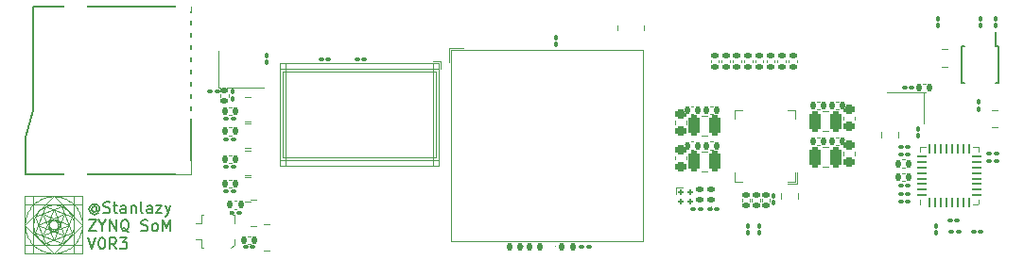
<source format=gbr>
%TF.GenerationSoftware,KiCad,Pcbnew,(6.0.2)*%
%TF.CreationDate,2022-03-22T23:14:37+08:00*%
%TF.ProjectId,som,736f6d2e-6b69-4636-9164-5f7063625858,V0R1*%
%TF.SameCoordinates,Original*%
%TF.FileFunction,Legend,Top*%
%TF.FilePolarity,Positive*%
%FSLAX46Y46*%
G04 Gerber Fmt 4.6, Leading zero omitted, Abs format (unit mm)*
G04 Created by KiCad (PCBNEW (6.0.2)) date 2022-03-22 23:14:37*
%MOMM*%
%LPD*%
G01*
G04 APERTURE LIST*
G04 Aperture macros list*
%AMRoundRect*
0 Rectangle with rounded corners*
0 $1 Rounding radius*
0 $2 $3 $4 $5 $6 $7 $8 $9 X,Y pos of 4 corners*
0 Add a 4 corners polygon primitive as box body*
4,1,4,$2,$3,$4,$5,$6,$7,$8,$9,$2,$3,0*
0 Add four circle primitives for the rounded corners*
1,1,$1+$1,$2,$3*
1,1,$1+$1,$4,$5*
1,1,$1+$1,$6,$7*
1,1,$1+$1,$8,$9*
0 Add four rect primitives between the rounded corners*
20,1,$1+$1,$2,$3,$4,$5,0*
20,1,$1+$1,$4,$5,$6,$7,0*
20,1,$1+$1,$6,$7,$8,$9,0*
20,1,$1+$1,$8,$9,$2,$3,0*%
G04 Aperture macros list end*
%ADD10C,0.150000*%
%ADD11C,0.100000*%
%ADD12C,0.120000*%
%ADD13C,0.000000*%
%ADD14RoundRect,0.147500X-0.147500X-0.172500X0.147500X-0.172500X0.147500X0.172500X-0.147500X0.172500X0*%
%ADD15R,1.400000X1.200000*%
%ADD16RoundRect,0.140000X0.170000X-0.140000X0.170000X0.140000X-0.170000X0.140000X-0.170000X-0.140000X0*%
%ADD17RoundRect,0.225000X-0.250000X0.225000X-0.250000X-0.225000X0.250000X-0.225000X0.250000X0.225000X0*%
%ADD18RoundRect,0.100000X-0.100000X0.130000X-0.100000X-0.130000X0.100000X-0.130000X0.100000X0.130000X0*%
%ADD19RoundRect,0.243750X-0.243750X-0.656250X0.243750X-0.656250X0.243750X0.656250X-0.243750X0.656250X0*%
%ADD20RoundRect,0.140000X0.140000X0.170000X-0.140000X0.170000X-0.140000X-0.170000X0.140000X-0.170000X0*%
%ADD21RoundRect,0.140000X-0.140000X-0.170000X0.140000X-0.170000X0.140000X0.170000X-0.140000X0.170000X0*%
%ADD22RoundRect,0.243750X0.243750X0.656250X-0.243750X0.656250X-0.243750X-0.656250X0.243750X-0.656250X0*%
%ADD23RoundRect,0.140000X-0.170000X0.140000X-0.170000X-0.140000X0.170000X-0.140000X0.170000X0.140000X0*%
%ADD24RoundRect,0.100000X0.130000X0.100000X-0.130000X0.100000X-0.130000X-0.100000X0.130000X-0.100000X0*%
%ADD25C,0.400000*%
%ADD26RoundRect,0.100000X-0.130000X-0.100000X0.130000X-0.100000X0.130000X0.100000X-0.130000X0.100000X0*%
%ADD27R,0.800000X0.220000*%
%ADD28R,0.220000X0.800000*%
%ADD29C,0.500000*%
%ADD30R,3.600000X4.600000*%
%ADD31RoundRect,0.147500X0.147500X0.172500X-0.147500X0.172500X-0.147500X-0.172500X0.147500X-0.172500X0*%
%ADD32RoundRect,0.100000X0.100000X-0.130000X0.100000X0.130000X-0.100000X0.130000X-0.100000X-0.130000X0*%
%ADD33RoundRect,0.062500X0.062500X-0.375000X0.062500X0.375000X-0.062500X0.375000X-0.062500X-0.375000X0*%
%ADD34RoundRect,0.062500X0.375000X-0.062500X0.375000X0.062500X-0.375000X0.062500X-0.375000X-0.062500X0*%
%ADD35R,3.450000X3.450000*%
%ADD36R,0.400000X0.500000*%
%ADD37RoundRect,0.100000X-0.162635X0.021213X0.021213X-0.162635X0.162635X-0.021213X-0.021213X0.162635X0*%
%ADD38R,0.500000X0.400000*%
%ADD39R,0.500000X0.300000*%
%ADD40RoundRect,0.147500X0.172500X-0.147500X0.172500X0.147500X-0.172500X0.147500X-0.172500X-0.147500X0*%
%ADD41RoundRect,0.112500X-0.112500X-0.112500X0.112500X-0.112500X0.112500X0.112500X-0.112500X0.112500X0*%
%ADD42R,1.000000X1.000000*%
%ADD43R,2.200000X1.050000*%
%ADD44R,0.300000X1.400000*%
%ADD45R,1.150000X1.000000*%
%ADD46C,0.900000*%
%ADD47R,1.300000X0.700000*%
%ADD48R,2.000000X1.200000*%
%ADD49R,0.300000X0.500000*%
%ADD50C,1.000000*%
%ADD51R,0.850000X0.850000*%
%ADD52O,0.850000X0.850000*%
%ADD53C,0.850000*%
G04 APERTURE END LIST*
D10*
X6654642Y-18866190D02*
X6607023Y-18818571D01*
X6511785Y-18770952D01*
X6416547Y-18770952D01*
X6321309Y-18818571D01*
X6273690Y-18866190D01*
X6226071Y-18961428D01*
X6226071Y-19056666D01*
X6273690Y-19151904D01*
X6321309Y-19199523D01*
X6416547Y-19247142D01*
X6511785Y-19247142D01*
X6607023Y-19199523D01*
X6654642Y-19151904D01*
X6654642Y-18770952D02*
X6654642Y-19151904D01*
X6702261Y-19199523D01*
X6749880Y-19199523D01*
X6845119Y-19151904D01*
X6892738Y-19056666D01*
X6892738Y-18818571D01*
X6797500Y-18675714D01*
X6654642Y-18580476D01*
X6464166Y-18532857D01*
X6273690Y-18580476D01*
X6130833Y-18675714D01*
X6035595Y-18818571D01*
X5987976Y-19009047D01*
X6035595Y-19199523D01*
X6130833Y-19342380D01*
X6273690Y-19437619D01*
X6464166Y-19485238D01*
X6654642Y-19437619D01*
X6797500Y-19342380D01*
X7273690Y-19294761D02*
X7416547Y-19342380D01*
X7654642Y-19342380D01*
X7749880Y-19294761D01*
X7797500Y-19247142D01*
X7845119Y-19151904D01*
X7845119Y-19056666D01*
X7797500Y-18961428D01*
X7749880Y-18913809D01*
X7654642Y-18866190D01*
X7464166Y-18818571D01*
X7368928Y-18770952D01*
X7321309Y-18723333D01*
X7273690Y-18628095D01*
X7273690Y-18532857D01*
X7321309Y-18437619D01*
X7368928Y-18390000D01*
X7464166Y-18342380D01*
X7702261Y-18342380D01*
X7845119Y-18390000D01*
X8130833Y-18675714D02*
X8511785Y-18675714D01*
X8273690Y-18342380D02*
X8273690Y-19199523D01*
X8321309Y-19294761D01*
X8416547Y-19342380D01*
X8511785Y-19342380D01*
X9273690Y-19342380D02*
X9273690Y-18818571D01*
X9226071Y-18723333D01*
X9130833Y-18675714D01*
X8940357Y-18675714D01*
X8845119Y-18723333D01*
X9273690Y-19294761D02*
X9178452Y-19342380D01*
X8940357Y-19342380D01*
X8845119Y-19294761D01*
X8797500Y-19199523D01*
X8797500Y-19104285D01*
X8845119Y-19009047D01*
X8940357Y-18961428D01*
X9178452Y-18961428D01*
X9273690Y-18913809D01*
X9749880Y-18675714D02*
X9749880Y-19342380D01*
X9749880Y-18770952D02*
X9797500Y-18723333D01*
X9892738Y-18675714D01*
X10035595Y-18675714D01*
X10130833Y-18723333D01*
X10178452Y-18818571D01*
X10178452Y-19342380D01*
X10797500Y-19342380D02*
X10702261Y-19294761D01*
X10654642Y-19199523D01*
X10654642Y-18342380D01*
X11607023Y-19342380D02*
X11607023Y-18818571D01*
X11559404Y-18723333D01*
X11464166Y-18675714D01*
X11273690Y-18675714D01*
X11178452Y-18723333D01*
X11607023Y-19294761D02*
X11511785Y-19342380D01*
X11273690Y-19342380D01*
X11178452Y-19294761D01*
X11130833Y-19199523D01*
X11130833Y-19104285D01*
X11178452Y-19009047D01*
X11273690Y-18961428D01*
X11511785Y-18961428D01*
X11607023Y-18913809D01*
X11987976Y-18675714D02*
X12511785Y-18675714D01*
X11987976Y-19342380D01*
X12511785Y-19342380D01*
X12797500Y-18675714D02*
X13035595Y-19342380D01*
X13273690Y-18675714D02*
X13035595Y-19342380D01*
X12940357Y-19580476D01*
X12892738Y-19628095D01*
X12797500Y-19675714D01*
X5940357Y-19952380D02*
X6607023Y-19952380D01*
X5940357Y-20952380D01*
X6607023Y-20952380D01*
X7178452Y-20476190D02*
X7178452Y-20952380D01*
X6845119Y-19952380D02*
X7178452Y-20476190D01*
X7511785Y-19952380D01*
X7845119Y-20952380D02*
X7845119Y-19952380D01*
X8416547Y-20952380D01*
X8416547Y-19952380D01*
X9559404Y-21047619D02*
X9464166Y-21000000D01*
X9368928Y-20904761D01*
X9226071Y-20761904D01*
X9130833Y-20714285D01*
X9035595Y-20714285D01*
X9083214Y-20952380D02*
X8987976Y-20904761D01*
X8892738Y-20809523D01*
X8845119Y-20619047D01*
X8845119Y-20285714D01*
X8892738Y-20095238D01*
X8987976Y-20000000D01*
X9083214Y-19952380D01*
X9273690Y-19952380D01*
X9368928Y-20000000D01*
X9464166Y-20095238D01*
X9511785Y-20285714D01*
X9511785Y-20619047D01*
X9464166Y-20809523D01*
X9368928Y-20904761D01*
X9273690Y-20952380D01*
X9083214Y-20952380D01*
X10654642Y-20904761D02*
X10797500Y-20952380D01*
X11035595Y-20952380D01*
X11130833Y-20904761D01*
X11178452Y-20857142D01*
X11226071Y-20761904D01*
X11226071Y-20666666D01*
X11178452Y-20571428D01*
X11130833Y-20523809D01*
X11035595Y-20476190D01*
X10845119Y-20428571D01*
X10749880Y-20380952D01*
X10702261Y-20333333D01*
X10654642Y-20238095D01*
X10654642Y-20142857D01*
X10702261Y-20047619D01*
X10749880Y-20000000D01*
X10845119Y-19952380D01*
X11083214Y-19952380D01*
X11226071Y-20000000D01*
X11797500Y-20952380D02*
X11702261Y-20904761D01*
X11654642Y-20857142D01*
X11607023Y-20761904D01*
X11607023Y-20476190D01*
X11654642Y-20380952D01*
X11702261Y-20333333D01*
X11797500Y-20285714D01*
X11940357Y-20285714D01*
X12035595Y-20333333D01*
X12083214Y-20380952D01*
X12130833Y-20476190D01*
X12130833Y-20761904D01*
X12083214Y-20857142D01*
X12035595Y-20904761D01*
X11940357Y-20952380D01*
X11797500Y-20952380D01*
X12559404Y-20952380D02*
X12559404Y-19952380D01*
X12892738Y-20666666D01*
X13226071Y-19952380D01*
X13226071Y-20952380D01*
X5892738Y-21562380D02*
X6226071Y-22562380D01*
X6559404Y-21562380D01*
X7083214Y-21562380D02*
X7178452Y-21562380D01*
X7273690Y-21610000D01*
X7321309Y-21657619D01*
X7368928Y-21752857D01*
X7416547Y-21943333D01*
X7416547Y-22181428D01*
X7368928Y-22371904D01*
X7321309Y-22467142D01*
X7273690Y-22514761D01*
X7178452Y-22562380D01*
X7083214Y-22562380D01*
X6987976Y-22514761D01*
X6940357Y-22467142D01*
X6892738Y-22371904D01*
X6845119Y-22181428D01*
X6845119Y-21943333D01*
X6892738Y-21752857D01*
X6940357Y-21657619D01*
X6987976Y-21610000D01*
X7083214Y-21562380D01*
X8416547Y-22562380D02*
X8083214Y-22086190D01*
X7845119Y-22562380D02*
X7845119Y-21562380D01*
X8226071Y-21562380D01*
X8321309Y-21610000D01*
X8368928Y-21657619D01*
X8416547Y-21752857D01*
X8416547Y-21895714D01*
X8368928Y-21990952D01*
X8321309Y-22038571D01*
X8226071Y-22086190D01*
X7845119Y-22086190D01*
X8749880Y-21562380D02*
X9368928Y-21562380D01*
X9035595Y-21943333D01*
X9178452Y-21943333D01*
X9273690Y-21990952D01*
X9321309Y-22038571D01*
X9368928Y-22133809D01*
X9368928Y-22371904D01*
X9321309Y-22467142D01*
X9273690Y-22514761D01*
X9178452Y-22562380D01*
X8892738Y-22562380D01*
X8797500Y-22514761D01*
X8749880Y-22467142D01*
D11*
%TO.C,D2*%
X44860000Y-22350000D02*
G75*
G03*
X44860000Y-22350000I-50000J0D01*
G01*
D12*
%TO.C,X4*%
X17600000Y-4750000D02*
X17600000Y-8050000D01*
X17600000Y-8050000D02*
X21600000Y-8050000D01*
%TO.C,C115*%
X68640000Y-5807836D02*
X68640000Y-5592164D01*
X69360000Y-5807836D02*
X69360000Y-5592164D01*
%TO.C,C100*%
X73490000Y-10659420D02*
X73490000Y-10940580D01*
X74510000Y-10659420D02*
X74510000Y-10940580D01*
%TO.C,L3*%
X71641422Y-12010000D02*
X72158578Y-12010000D01*
X71641422Y-10190000D02*
X72158578Y-10190000D01*
%TO.C,C101*%
X73107836Y-9340000D02*
X72892164Y-9340000D01*
X73107836Y-10060000D02*
X72892164Y-10060000D01*
%TO.C,C106*%
X59892164Y-13660000D02*
X60107836Y-13660000D01*
X59892164Y-12940000D02*
X60107836Y-12940000D01*
%TO.C,L5*%
X61358578Y-12410000D02*
X60841422Y-12410000D01*
X61358578Y-10590000D02*
X60841422Y-10590000D01*
%TO.C,L2*%
X71641422Y-13390000D02*
X72158578Y-13390000D01*
X71641422Y-15210000D02*
X72158578Y-15210000D01*
%TO.C,C119*%
X64440000Y-18092164D02*
X64440000Y-18307836D01*
X65160000Y-18092164D02*
X65160000Y-18307836D01*
%TO.C,C109*%
X62640000Y-5807836D02*
X62640000Y-5592164D01*
X63360000Y-5807836D02*
X63360000Y-5592164D01*
%TO.C,C116*%
X66060000Y-18092164D02*
X66060000Y-18307836D01*
X65340000Y-18092164D02*
X65340000Y-18307836D01*
%TO.C,C105*%
X58490000Y-14259420D02*
X58490000Y-14540580D01*
X59510000Y-14259420D02*
X59510000Y-14540580D01*
%TO.C,C107*%
X58490000Y-11059420D02*
X58490000Y-11340580D01*
X59510000Y-11059420D02*
X59510000Y-11340580D01*
%TO.C,C117*%
X66960000Y-18092164D02*
X66960000Y-18307836D01*
X66240000Y-18092164D02*
X66240000Y-18307836D01*
%TO.C,C98*%
X73107836Y-12540000D02*
X72892164Y-12540000D01*
X73107836Y-13260000D02*
X72892164Y-13260000D01*
%TO.C,C103*%
X68360000Y-5807836D02*
X68360000Y-5592164D01*
X67640000Y-5807836D02*
X67640000Y-5592164D01*
%TO.C,C97*%
X73490000Y-13859420D02*
X73490000Y-14140580D01*
X74510000Y-13859420D02*
X74510000Y-14140580D01*
%TO.C,L4*%
X61358578Y-15610000D02*
X60841422Y-15610000D01*
X61358578Y-13790000D02*
X60841422Y-13790000D01*
%TO.C,C108*%
X59892164Y-9740000D02*
X60107836Y-9740000D01*
X59892164Y-10460000D02*
X60107836Y-10460000D01*
%TO.C,C110*%
X62360000Y-5807836D02*
X62360000Y-5592164D01*
X61640000Y-5807836D02*
X61640000Y-5592164D01*
%TO.C,C113*%
X66640000Y-5807836D02*
X66640000Y-5592164D01*
X67360000Y-5807836D02*
X67360000Y-5592164D01*
%TO.C,C102*%
X61807836Y-9740000D02*
X61592164Y-9740000D01*
X61807836Y-10460000D02*
X61592164Y-10460000D01*
%TO.C,C114*%
X65360000Y-5807836D02*
X65360000Y-5592164D01*
X64640000Y-5807836D02*
X64640000Y-5592164D01*
%TO.C,C111*%
X64360000Y-5807836D02*
X64360000Y-5592164D01*
X63640000Y-5807836D02*
X63640000Y-5592164D01*
%TO.C,C99*%
X71192164Y-13260000D02*
X71407836Y-13260000D01*
X71192164Y-12540000D02*
X71407836Y-12540000D01*
%TO.C,C96*%
X71192164Y-9340000D02*
X71407836Y-9340000D01*
X71192164Y-10060000D02*
X71407836Y-10060000D01*
%TO.C,C104*%
X61807836Y-12940000D02*
X61592164Y-12940000D01*
X61807836Y-13660000D02*
X61592164Y-13660000D01*
%TO.C,C112*%
X66360000Y-5807836D02*
X66360000Y-5592164D01*
X65640000Y-5807836D02*
X65640000Y-5592164D01*
%TO.C,U6*%
X37300000Y-6400000D02*
X23100000Y-6400000D01*
X23600000Y-5900000D02*
X23600000Y-15100000D01*
X37300000Y-15100000D02*
X37300000Y-5900000D01*
X37500000Y-6400000D02*
X37500000Y-5700000D01*
X37050000Y-6650000D02*
X37050000Y-14350000D01*
X37300000Y-5900000D02*
X23100000Y-5900000D01*
X37050000Y-14350000D02*
X23350000Y-14350000D01*
X37500000Y-5700000D02*
X36800000Y-5700000D01*
X36800000Y-15100000D02*
X36800000Y-5900000D01*
X23600000Y-15100000D02*
X36800000Y-15100000D01*
X23100000Y-14600000D02*
X37300000Y-14600000D01*
X23100000Y-5900000D02*
X23100000Y-15100000D01*
X23350000Y-6650000D02*
X37050000Y-6650000D01*
X36800000Y-5900000D02*
X23600000Y-5900000D01*
X23100000Y-15100000D02*
X37300000Y-15100000D01*
X23350000Y-14350000D02*
X23350000Y-6650000D01*
%TO.C,C41*%
X20407836Y-21440000D02*
X20192164Y-21440000D01*
X20407836Y-22160000D02*
X20192164Y-22160000D01*
%TO.C,U7*%
X69400000Y-15700000D02*
X69400000Y-16700000D01*
X69200000Y-10900000D02*
X69200000Y-10100000D01*
X68500000Y-16500000D02*
X69200000Y-16500000D01*
X63800000Y-16500000D02*
X63800000Y-15700000D01*
X64500000Y-16500000D02*
X63800000Y-16500000D01*
X63800000Y-10100000D02*
X63800000Y-10900000D01*
X64500000Y-10100000D02*
X63800000Y-10100000D01*
X69200000Y-16500000D02*
X69200000Y-15700000D01*
X68500000Y-16700000D02*
X69400000Y-16700000D01*
X69200000Y-10100000D02*
X68500000Y-10100000D01*
%TO.C,C37*%
X18707836Y-16340000D02*
X18492164Y-16340000D01*
X18707836Y-17060000D02*
X18492164Y-17060000D01*
%TO.C,C35*%
X18707836Y-14140000D02*
X18492164Y-14140000D01*
X18707836Y-14860000D02*
X18492164Y-14860000D01*
%TO.C,C33*%
X18707836Y-11640000D02*
X18492164Y-11640000D01*
X18707836Y-12360000D02*
X18492164Y-12360000D01*
%TO.C,C39*%
X19207836Y-18960000D02*
X18992164Y-18960000D01*
X19207836Y-18240000D02*
X18992164Y-18240000D01*
%TO.C,C31*%
X18707836Y-9840000D02*
X18492164Y-9840000D01*
X18707836Y-10560000D02*
X18492164Y-10560000D01*
D11*
%TO.C,D3*%
X45240000Y-22350000D02*
G75*
G03*
X45240000Y-22350000I-50000J0D01*
G01*
D12*
%TO.C,U1*%
X38390000Y-21910000D02*
X38390000Y-4690000D01*
X55610000Y-4690000D02*
X55610000Y-21910000D01*
X38200000Y-4500000D02*
X38200000Y-5800000D01*
X39500000Y-4500000D02*
X38200000Y-4500000D01*
X38390000Y-4690000D02*
X55610000Y-4690000D01*
X55610000Y-21910000D02*
X38390000Y-21910000D01*
%TO.C,U3*%
X85610000Y-18135000D02*
X85610000Y-18610000D01*
X85610000Y-13390000D02*
X85135000Y-13390000D01*
X80390000Y-18135000D02*
X80390000Y-18610000D01*
X85610000Y-18610000D02*
X85135000Y-18610000D01*
X80390000Y-13390000D02*
X80865000Y-13390000D01*
X85610000Y-13865000D02*
X85610000Y-13390000D01*
X80390000Y-13865000D02*
X80390000Y-13390000D01*
%TO.C,C11*%
X78792164Y-15260000D02*
X79007836Y-15260000D01*
X78792164Y-14540000D02*
X79007836Y-14540000D01*
%TO.C,C14*%
X78792164Y-16460000D02*
X79007836Y-16460000D01*
X78792164Y-15740000D02*
X79007836Y-15740000D01*
%TO.C,RN7*%
X78480000Y-12050000D02*
X78480000Y-12550000D01*
X76920000Y-12050000D02*
X76920000Y-12550000D01*
D11*
%TO.C,REF\u002A\u002A*%
X3205792Y-20805793D02*
X2394207Y-20805793D01*
X2799999Y-19826123D02*
X3373877Y-20400001D01*
X2799999Y-22960000D02*
X239999Y-20400000D01*
X2800000Y-17840001D02*
X5360000Y-20400000D01*
X1820330Y-21379670D02*
X2800000Y-19014538D01*
X3779669Y-19420331D02*
X2800000Y-21785463D01*
X3492731Y-22072401D02*
X1127599Y-21092732D01*
X240000Y-18589807D02*
X989806Y-18589807D01*
X239999Y-20400000D02*
X2800000Y-17840001D01*
X3205792Y-19994208D02*
X3205792Y-20805793D01*
X1414537Y-20400000D02*
X3779669Y-19420331D01*
X240000Y-22960000D02*
X240000Y-17840000D01*
X4185462Y-20400000D02*
X1820330Y-21379670D01*
X1127599Y-21092732D02*
X2107268Y-18727600D01*
X989806Y-22960000D02*
X989806Y-22210194D01*
X5360000Y-22960000D02*
X240000Y-22960000D01*
X240000Y-17840000D02*
X5360000Y-17840000D01*
X989806Y-22210194D02*
X989806Y-18589807D01*
X2394207Y-20805793D02*
X2394207Y-19994208D01*
X4610193Y-22960000D02*
X4610193Y-22210194D01*
X4610193Y-18589807D02*
X4610193Y-22210194D01*
X240000Y-22210194D02*
X989806Y-22210194D01*
X1820330Y-19420331D02*
X4185462Y-20400000D01*
X2800000Y-19014538D02*
X3779669Y-21379670D01*
X1127599Y-19707269D02*
X3492731Y-18727600D01*
X2226122Y-20400000D02*
X2799999Y-19826123D01*
X4472400Y-21092732D02*
X2107268Y-22072401D01*
X3373877Y-20400001D02*
X2799999Y-20973878D01*
X4472400Y-19707269D02*
X3492731Y-22072401D01*
X2799999Y-20973878D02*
X2226122Y-20400000D01*
X5360000Y-17840000D02*
X5360000Y-22960000D01*
X2394207Y-19994208D02*
X3205792Y-19994208D01*
X3779669Y-21379670D02*
X1414537Y-20400000D01*
X5360000Y-18589807D02*
X4610193Y-18589807D01*
X5360000Y-22210194D02*
X4610193Y-22210194D01*
X989806Y-17840000D02*
X989806Y-18589807D01*
X1820330Y-19420331D02*
X2800000Y-21785463D01*
X2107268Y-22072401D02*
X1127599Y-19707269D01*
X5360000Y-20400000D02*
X2799999Y-22960000D01*
X989806Y-18589807D02*
X4610193Y-18589807D01*
X4610193Y-18589807D02*
X4610193Y-17840000D01*
X2107268Y-18727600D02*
X4472400Y-19707269D01*
X3492731Y-18727600D02*
X4472400Y-21092732D01*
X4610193Y-22210194D02*
X989806Y-22210194D01*
X4080000Y-19120000D02*
X4204263Y-19257481D01*
X4311959Y-19403969D01*
X4403086Y-19558179D01*
X4477644Y-19718822D01*
X4535634Y-19884613D01*
X4577055Y-20054264D01*
X4601908Y-20226489D01*
X4610193Y-20400000D01*
X4601908Y-20573511D01*
X4577055Y-20745736D01*
X4535634Y-20915387D01*
X4477644Y-21081177D01*
X4403086Y-21241821D01*
X4311959Y-21396030D01*
X4204263Y-21542519D01*
X4080000Y-21680000D01*
X4080000Y-21680000D02*
X3942518Y-21804264D01*
X3796030Y-21911959D01*
X3641820Y-22003086D01*
X3481177Y-22077645D01*
X3315386Y-22135635D01*
X3145735Y-22177056D01*
X2973510Y-22201909D01*
X2799999Y-22210193D01*
X2626488Y-22201909D01*
X2454263Y-22177056D01*
X2284612Y-22135635D01*
X2118822Y-22077645D01*
X1958178Y-22003086D01*
X1803969Y-21911959D01*
X1657480Y-21804264D01*
X1520000Y-21680000D01*
X2800000Y-17840000D02*
X2931737Y-17843331D01*
X3061744Y-17853217D01*
X3189862Y-17869496D01*
X3315929Y-17892010D01*
X3439783Y-17920595D01*
X3561265Y-17955092D01*
X3680213Y-17995340D01*
X3796467Y-18041177D01*
X3909865Y-18092443D01*
X4020247Y-18148978D01*
X4127452Y-18210620D01*
X4231319Y-18277208D01*
X4331688Y-18348581D01*
X4428397Y-18424579D01*
X4521285Y-18505041D01*
X4610193Y-18589807D01*
X4694958Y-18678714D01*
X4775420Y-18771602D01*
X4851418Y-18868311D01*
X4922791Y-18968680D01*
X4989379Y-19072547D01*
X5051021Y-19179752D01*
X5107556Y-19290134D01*
X5158822Y-19403532D01*
X5204659Y-19519786D01*
X5244907Y-19638734D01*
X5279404Y-19760216D01*
X5307989Y-19884070D01*
X5330503Y-20010137D01*
X5346782Y-20138255D01*
X5356668Y-20268262D01*
X5360000Y-20400000D01*
X1520000Y-21680000D02*
X1395735Y-21542519D01*
X1288040Y-21396030D01*
X1196913Y-21241821D01*
X1122354Y-21081177D01*
X1064364Y-20915387D01*
X1022943Y-20745736D01*
X998090Y-20573511D01*
X989806Y-20400000D01*
X998090Y-20226489D01*
X1022943Y-20054264D01*
X1064364Y-19884613D01*
X1122354Y-19718822D01*
X1196913Y-19558179D01*
X1288040Y-19403969D01*
X1395735Y-19257481D01*
X1520000Y-19120000D01*
X2394207Y-20400001D02*
X2406982Y-20298587D01*
X2452955Y-20189582D01*
X2527153Y-20099625D01*
X2624071Y-20034223D01*
X2738201Y-19998883D01*
X2799999Y-19994208D01*
X2799999Y-19994208D02*
X2901412Y-20006983D01*
X3010417Y-20052956D01*
X3100374Y-20127155D01*
X3165776Y-20224073D01*
X3201116Y-20338202D01*
X3205792Y-20400001D01*
X2800000Y-22960000D02*
X2668262Y-22956668D01*
X2538254Y-22946783D01*
X2410137Y-22930503D01*
X2284070Y-22907989D01*
X2160216Y-22879404D01*
X2038734Y-22844907D01*
X1919786Y-22804659D01*
X1803532Y-22758822D01*
X1690134Y-22707556D01*
X1579751Y-22651021D01*
X1472546Y-22589380D01*
X1368679Y-22522792D01*
X1268311Y-22451418D01*
X1171602Y-22375420D01*
X1078713Y-22294958D01*
X989806Y-22210193D01*
X905041Y-22121286D01*
X824579Y-22028397D01*
X748581Y-21931688D01*
X677207Y-21831320D01*
X610619Y-21727453D01*
X548978Y-21620248D01*
X492443Y-21509865D01*
X441177Y-21396467D01*
X395340Y-21280213D01*
X355092Y-21161265D01*
X320595Y-21039783D01*
X292010Y-20915929D01*
X269496Y-20789862D01*
X253216Y-20661745D01*
X243331Y-20531737D01*
X240000Y-20400000D01*
X5360000Y-20400000D02*
X5356668Y-20531737D01*
X5346782Y-20661745D01*
X5330503Y-20789862D01*
X5307989Y-20915929D01*
X5279404Y-21039783D01*
X5244907Y-21161265D01*
X5204659Y-21280213D01*
X5158822Y-21396467D01*
X5107556Y-21509865D01*
X5051021Y-21620248D01*
X4989379Y-21727453D01*
X4922791Y-21831320D01*
X4851418Y-21931688D01*
X4775420Y-22028397D01*
X4694958Y-22121286D01*
X4610193Y-22210193D01*
X4521285Y-22294958D01*
X4428397Y-22375420D01*
X4331688Y-22451418D01*
X4231319Y-22522792D01*
X4127452Y-22589380D01*
X4020247Y-22651021D01*
X3909865Y-22707556D01*
X3796467Y-22758822D01*
X3680213Y-22804659D01*
X3561265Y-22844907D01*
X3439783Y-22879404D01*
X3315929Y-22907989D01*
X3189862Y-22930503D01*
X3061744Y-22946783D01*
X2931737Y-22956668D01*
X2800000Y-22960000D01*
X3205792Y-20400001D02*
X3193016Y-20501414D01*
X3147043Y-20610418D01*
X3072844Y-20700375D01*
X2975926Y-20765777D01*
X2861797Y-20801117D01*
X2799999Y-20805793D01*
X240000Y-20400000D02*
X243331Y-20268262D01*
X253216Y-20138255D01*
X269496Y-20010137D01*
X292010Y-19884070D01*
X320595Y-19760216D01*
X355092Y-19638734D01*
X395340Y-19519786D01*
X441177Y-19403532D01*
X492443Y-19290134D01*
X548978Y-19179752D01*
X610619Y-19072547D01*
X677207Y-18968680D01*
X748581Y-18868311D01*
X824579Y-18771602D01*
X905041Y-18678714D01*
X989806Y-18589807D01*
X1078713Y-18505041D01*
X1171602Y-18424579D01*
X1268311Y-18348581D01*
X1368679Y-18277208D01*
X1472546Y-18210620D01*
X1579751Y-18148978D01*
X1690134Y-18092443D01*
X1803532Y-18041177D01*
X1919786Y-17995340D01*
X2038734Y-17955092D01*
X2160216Y-17920595D01*
X2284070Y-17892010D01*
X2410137Y-17869496D01*
X2538254Y-17853217D01*
X2668262Y-17843331D01*
X2800000Y-17840000D01*
X1520000Y-19120000D02*
X1657480Y-18995736D01*
X1803969Y-18888040D01*
X1958178Y-18796913D01*
X2118822Y-18722355D01*
X2284612Y-18664365D01*
X2454263Y-18622944D01*
X2626488Y-18598091D01*
X2799999Y-18589807D01*
X2973510Y-18598091D01*
X3145735Y-18622944D01*
X3315386Y-18664365D01*
X3481177Y-18722355D01*
X3641820Y-18796913D01*
X3796030Y-18888040D01*
X3942518Y-18995736D01*
X4080000Y-19120000D01*
X2799999Y-20805793D02*
X2698585Y-20793017D01*
X2589581Y-20747044D01*
X2499624Y-20672846D01*
X2434222Y-20575928D01*
X2398882Y-20461798D01*
X2394207Y-20400001D01*
D12*
%TO.C,RN1*%
X20450000Y-11280000D02*
X19950000Y-11280000D01*
X20450000Y-8920000D02*
X19950000Y-8920000D01*
%TO.C,RN2*%
X20450000Y-13480000D02*
X19950000Y-13480000D01*
X20450000Y-11120000D02*
X19950000Y-11120000D01*
%TO.C,RN4*%
X20450000Y-16080000D02*
X19950000Y-16080000D01*
X20450000Y-13720000D02*
X19950000Y-13720000D01*
%TO.C,RN5*%
X20450000Y-15920000D02*
X19950000Y-15920000D01*
X20450000Y-18280000D02*
X19950000Y-18280000D01*
%TO.C,RN6*%
X20950000Y-18120000D02*
X20450000Y-18120000D01*
X20950000Y-20480000D02*
X20450000Y-20480000D01*
D11*
%TO.C,D5*%
X60750000Y-18790000D02*
G75*
G03*
X60750000Y-18790000I-50000J0D01*
G01*
%TO.C,D6*%
X61750000Y-18790000D02*
G75*
G03*
X61750000Y-18790000I-50000J0D01*
G01*
%TO.C,D4*%
X59150000Y-17075000D02*
X58575000Y-17075000D01*
X58575000Y-17075000D02*
X58575000Y-17650000D01*
D12*
%TO.C,RN12*%
X69480000Y-18050000D02*
X69480000Y-17550000D01*
X67920000Y-18050000D02*
X67920000Y-17550000D01*
%TO.C,AE1*%
X16200000Y-22500000D02*
X16000000Y-22500000D01*
X16000000Y-20300000D02*
X16000000Y-19500000D01*
X16200000Y-19500000D02*
X16000000Y-19500000D01*
X19000000Y-22200000D02*
X18700000Y-22500000D01*
X16000000Y-22500000D02*
X16000000Y-21700000D01*
X16000000Y-21700000D02*
X15500000Y-21700000D01*
X19000000Y-19500000D02*
X19000000Y-20300000D01*
X18800000Y-19500000D02*
X19000000Y-19500000D01*
X19000000Y-21700000D02*
X19000000Y-22200000D01*
X16000000Y-20300000D02*
X15500000Y-20300000D01*
%TO.C,RN8*%
X22150000Y-20320000D02*
X21650000Y-20320000D01*
X22150000Y-22680000D02*
X21650000Y-22680000D01*
D10*
%TO.C,U2*%
X87200000Y-4325000D02*
X87200000Y-3100000D01*
X84075000Y-4325000D02*
X84075000Y-7675000D01*
X87425000Y-4325000D02*
X87425000Y-7675000D01*
X84075000Y-7675000D02*
X84375000Y-7675000D01*
X84075000Y-4325000D02*
X84375000Y-4325000D01*
X87425000Y-4325000D02*
X87200000Y-4325000D01*
X87425000Y-7675000D02*
X87125000Y-7675000D01*
D12*
%TO.C,X3*%
X80750000Y-8500000D02*
X77450000Y-8500000D01*
X80750000Y-11300000D02*
X80750000Y-8500000D01*
%TO.C,C85*%
X18460000Y-8692164D02*
X18460000Y-8907836D01*
X17740000Y-8692164D02*
X17740000Y-8907836D01*
D11*
%TO.C,D7*%
X47760000Y-22350000D02*
G75*
G03*
X47760000Y-22350000I-50000J0D01*
G01*
D10*
%TO.C,J1*%
X1000000Y-10100000D02*
X1000000Y-800000D01*
X300000Y-12600000D02*
X1000000Y-10100000D01*
X15100000Y-800000D02*
X15100000Y-15900000D01*
X1000000Y-800000D02*
X15100000Y-800000D01*
X15100000Y-15900000D02*
X300000Y-15900000D01*
X300000Y-15900000D02*
X300000Y-12600000D01*
D12*
%TO.C,RN3*%
X82350000Y-6180000D02*
X82850000Y-6180000D01*
X82350000Y-4620000D02*
X82850000Y-4620000D01*
%TO.C,RN11*%
X87300000Y-10070000D02*
X86800000Y-10070000D01*
X87300000Y-11630000D02*
X86800000Y-11630000D01*
%TO.C,C24*%
X80642164Y-7740000D02*
X80857836Y-7740000D01*
X80642164Y-8460000D02*
X80857836Y-8460000D01*
%TO.C,RN10*%
X55680000Y-2950000D02*
X55680000Y-2450000D01*
X53320000Y-2950000D02*
X53320000Y-2450000D01*
%TD*%
%LPC*%
D13*
G36*
X8400000Y-5350000D02*
G01*
X8200000Y-5350000D01*
X8200000Y-5150000D01*
X8400000Y-5150000D01*
X8400000Y-5350000D01*
G37*
G36*
X8600000Y-5150000D02*
G01*
X8400000Y-5150000D01*
X8400000Y-4950000D01*
X8600000Y-4950000D01*
X8600000Y-5150000D01*
G37*
D14*
%TO.C,D2*%
X45415000Y-22350000D03*
X46385000Y-22350000D03*
%TD*%
D15*
%TO.C,X4*%
X18500000Y-7250000D03*
X20700000Y-7250000D03*
X20700000Y-5550000D03*
X18500000Y-5550000D03*
%TD*%
D16*
%TO.C,C115*%
X69000000Y-6180000D03*
X69000000Y-5220000D03*
%TD*%
D17*
%TO.C,C100*%
X74000000Y-10025000D03*
X74000000Y-11575000D03*
%TD*%
D18*
%TO.C,C118*%
X67300000Y-17805000D03*
X67300000Y-18445000D03*
%TD*%
D19*
%TO.C,L3*%
X70962500Y-11100000D03*
X72837500Y-11100000D03*
%TD*%
D20*
%TO.C,C101*%
X73480000Y-9700000D03*
X72520000Y-9700000D03*
%TD*%
D21*
%TO.C,C106*%
X59520000Y-13300000D03*
X60480000Y-13300000D03*
%TD*%
D22*
%TO.C,L5*%
X62037500Y-11500000D03*
X60162500Y-11500000D03*
%TD*%
D19*
%TO.C,L2*%
X70962500Y-14300000D03*
X72837500Y-14300000D03*
%TD*%
D23*
%TO.C,C119*%
X64800000Y-17720000D03*
X64800000Y-18680000D03*
%TD*%
D16*
%TO.C,C109*%
X63000000Y-6180000D03*
X63000000Y-5220000D03*
%TD*%
D23*
%TO.C,C116*%
X65700000Y-17720000D03*
X65700000Y-18680000D03*
%TD*%
D17*
%TO.C,C105*%
X59000000Y-13625000D03*
X59000000Y-15175000D03*
%TD*%
%TO.C,C107*%
X59000000Y-10425000D03*
X59000000Y-11975000D03*
%TD*%
D23*
%TO.C,C117*%
X66600000Y-17720000D03*
X66600000Y-18680000D03*
%TD*%
D20*
%TO.C,C98*%
X73480000Y-12900000D03*
X72520000Y-12900000D03*
%TD*%
D16*
%TO.C,C103*%
X68000000Y-6180000D03*
X68000000Y-5220000D03*
%TD*%
D17*
%TO.C,C97*%
X74000000Y-13225000D03*
X74000000Y-14775000D03*
%TD*%
D22*
%TO.C,L4*%
X62037500Y-14700000D03*
X60162500Y-14700000D03*
%TD*%
D21*
%TO.C,C108*%
X59520000Y-10100000D03*
X60480000Y-10100000D03*
%TD*%
D16*
%TO.C,C110*%
X62000000Y-6180000D03*
X62000000Y-5220000D03*
%TD*%
D24*
%TO.C,C36*%
X18920000Y-17400000D03*
X18280000Y-17400000D03*
%TD*%
D16*
%TO.C,C113*%
X67000000Y-6180000D03*
X67000000Y-5220000D03*
%TD*%
D20*
%TO.C,C102*%
X62180000Y-10100000D03*
X61220000Y-10100000D03*
%TD*%
D16*
%TO.C,C114*%
X65000000Y-6180000D03*
X65000000Y-5220000D03*
%TD*%
D24*
%TO.C,C34*%
X18920000Y-15200000D03*
X18280000Y-15200000D03*
%TD*%
D16*
%TO.C,C111*%
X64000000Y-6180000D03*
X64000000Y-5220000D03*
%TD*%
D24*
%TO.C,C30*%
X18920000Y-10900000D03*
X18280000Y-10900000D03*
%TD*%
D21*
%TO.C,C99*%
X70820000Y-12900000D03*
X71780000Y-12900000D03*
%TD*%
%TO.C,C96*%
X70820000Y-9700000D03*
X71780000Y-9700000D03*
%TD*%
D24*
%TO.C,C32*%
X18920000Y-12700000D03*
X18280000Y-12700000D03*
%TD*%
D20*
%TO.C,C104*%
X62180000Y-13300000D03*
X61220000Y-13300000D03*
%TD*%
D16*
%TO.C,C112*%
X66000000Y-6180000D03*
X66000000Y-5220000D03*
%TD*%
D24*
%TO.C,C17*%
X30620000Y-5500000D03*
X29980000Y-5500000D03*
%TD*%
D25*
%TO.C,U6*%
X36200000Y-7300000D03*
X36200000Y-8100000D03*
X36200000Y-8900000D03*
X36200000Y-12100000D03*
X36200000Y-12900000D03*
X36200000Y-13700000D03*
X35400000Y-7300000D03*
X35400000Y-8100000D03*
X35400000Y-8900000D03*
X35400000Y-12100000D03*
X35400000Y-12900000D03*
X35400000Y-13700000D03*
X34600000Y-7300000D03*
X34600000Y-8100000D03*
X34600000Y-8900000D03*
X34600000Y-12100000D03*
X34600000Y-12900000D03*
X34600000Y-13700000D03*
X33800000Y-7300000D03*
X33800000Y-8100000D03*
X33800000Y-8900000D03*
X33800000Y-12100000D03*
X33800000Y-12900000D03*
X33800000Y-13700000D03*
X33000000Y-7300000D03*
X33000000Y-8100000D03*
X33000000Y-8900000D03*
X33000000Y-12100000D03*
X33000000Y-12900000D03*
X33000000Y-13700000D03*
X32200000Y-7300000D03*
X32200000Y-8100000D03*
X32200000Y-8900000D03*
X32200000Y-12100000D03*
X32200000Y-12900000D03*
X32200000Y-13700000D03*
X31400000Y-7300000D03*
X31400000Y-8100000D03*
X31400000Y-8900000D03*
X31400000Y-12100000D03*
X31400000Y-12900000D03*
X31400000Y-13700000D03*
X30600000Y-7300000D03*
X30600000Y-8100000D03*
X30600000Y-8900000D03*
X30600000Y-12100000D03*
X30600000Y-12900000D03*
X30600000Y-13700000D03*
X29800000Y-7300000D03*
X29800000Y-8100000D03*
X29800000Y-8900000D03*
X29800000Y-12100000D03*
X29800000Y-12900000D03*
X29800000Y-13700000D03*
X29000000Y-7300000D03*
X29000000Y-8100000D03*
X29000000Y-8900000D03*
X29000000Y-12100000D03*
X29000000Y-12900000D03*
X29000000Y-13700000D03*
X28200000Y-7300000D03*
X28200000Y-8100000D03*
X28200000Y-8900000D03*
X28200000Y-12100000D03*
X28200000Y-12900000D03*
X28200000Y-13700000D03*
X27400000Y-7300000D03*
X27400000Y-8100000D03*
X27400000Y-8900000D03*
X27400000Y-12100000D03*
X27400000Y-12900000D03*
X27400000Y-13700000D03*
X26600000Y-7300000D03*
X26600000Y-8100000D03*
X26600000Y-8900000D03*
X26600000Y-12100000D03*
X26600000Y-12900000D03*
X26600000Y-13700000D03*
X25800000Y-7300000D03*
X25800000Y-8100000D03*
X25800000Y-8900000D03*
X25800000Y-12100000D03*
X25800000Y-12900000D03*
X25800000Y-13700000D03*
X25000000Y-7300000D03*
X25000000Y-8100000D03*
X25000000Y-8900000D03*
X25000000Y-12100000D03*
X25000000Y-12900000D03*
X25000000Y-13700000D03*
X24200000Y-7300000D03*
X24200000Y-8100000D03*
X24200000Y-8900000D03*
X24200000Y-12100000D03*
X24200000Y-12900000D03*
X24200000Y-13700000D03*
%TD*%
D26*
%TO.C,R2*%
X26780000Y-5500000D03*
X27420000Y-5500000D03*
%TD*%
D20*
%TO.C,C41*%
X20780000Y-21800000D03*
X19820000Y-21800000D03*
%TD*%
D27*
%TO.C,U7*%
X69000000Y-15500000D03*
X69000000Y-15100000D03*
X69000000Y-14700000D03*
X69000000Y-14300000D03*
X69000000Y-13900000D03*
X69000000Y-13500000D03*
X69000000Y-13100000D03*
X69000000Y-12700000D03*
X69000000Y-12300000D03*
X69000000Y-11900000D03*
X69000000Y-11500000D03*
X69000000Y-11100000D03*
D28*
X68300000Y-10300000D03*
X67900000Y-10300000D03*
X67500000Y-10300000D03*
X67100000Y-10300000D03*
X66700000Y-10300000D03*
X66300000Y-10300000D03*
X65900000Y-10300000D03*
X65500000Y-10300000D03*
X65100000Y-10300000D03*
X64700000Y-10300000D03*
D27*
X64000000Y-11100000D03*
X64000000Y-11500000D03*
X64000000Y-11900000D03*
X64000000Y-12300000D03*
X64000000Y-12700000D03*
X64000000Y-13100000D03*
X64000000Y-13500000D03*
X64000000Y-13900000D03*
X64000000Y-14300000D03*
X64000000Y-14700000D03*
X64000000Y-15100000D03*
X64000000Y-15500000D03*
D28*
X64700000Y-16300000D03*
X65100000Y-16300000D03*
X65500000Y-16300000D03*
X65900000Y-16300000D03*
X66300000Y-16300000D03*
X66700000Y-16300000D03*
X67100000Y-16300000D03*
X67500000Y-16300000D03*
X67900000Y-16300000D03*
X68300000Y-16300000D03*
D29*
X66500000Y-13700000D03*
X67250000Y-14500000D03*
X65000000Y-13700000D03*
X68000000Y-13700000D03*
X68000000Y-11300000D03*
X66500000Y-12900000D03*
X67250000Y-12100000D03*
X68000000Y-14500000D03*
X68000000Y-12100000D03*
X65000000Y-12100000D03*
X65000000Y-14500000D03*
X65750000Y-13700000D03*
X65750000Y-12100000D03*
X65000000Y-15300000D03*
X65750000Y-15300000D03*
X67250000Y-15300000D03*
X66500000Y-12100000D03*
X65750000Y-11300000D03*
D30*
X66500000Y-13300000D03*
D29*
X65750000Y-12900000D03*
X66500000Y-11300000D03*
X68000000Y-15300000D03*
X67250000Y-12900000D03*
X67250000Y-11300000D03*
X67250000Y-13700000D03*
X66500000Y-15300000D03*
X68000000Y-12900000D03*
X65750000Y-14500000D03*
X65000000Y-12900000D03*
X65000000Y-11300000D03*
X66500000Y-14500000D03*
%TD*%
D20*
%TO.C,C37*%
X19080000Y-16700000D03*
X18120000Y-16700000D03*
%TD*%
%TO.C,C35*%
X19080000Y-14500000D03*
X18120000Y-14500000D03*
%TD*%
%TO.C,C33*%
X19080000Y-12000000D03*
X18120000Y-12000000D03*
%TD*%
%TO.C,C39*%
X19580000Y-18600000D03*
X18620000Y-18600000D03*
%TD*%
%TO.C,C31*%
X19080000Y-10200000D03*
X18120000Y-10200000D03*
%TD*%
D31*
%TO.C,D3*%
X44585000Y-22350000D03*
X43615000Y-22350000D03*
%TD*%
D25*
%TO.C,U1*%
X39400000Y-5700000D03*
X40200000Y-5700000D03*
X41000000Y-5700000D03*
X41800000Y-5700000D03*
X42600000Y-5700000D03*
X43400000Y-5700000D03*
X44200000Y-5700000D03*
X45000000Y-5700000D03*
X45800000Y-5700000D03*
X46600000Y-5700000D03*
X47400000Y-5700000D03*
X48200000Y-5700000D03*
X49000000Y-5700000D03*
X49800000Y-5700000D03*
X50600000Y-5700000D03*
X51400000Y-5700000D03*
X52200000Y-5700000D03*
X53000000Y-5700000D03*
X53800000Y-5700000D03*
X54600000Y-5700000D03*
X39400000Y-6500000D03*
X40200000Y-6500000D03*
X41000000Y-6500000D03*
X41800000Y-6500000D03*
X42600000Y-6500000D03*
X43400000Y-6500000D03*
X44200000Y-6500000D03*
X45000000Y-6500000D03*
X45800000Y-6500000D03*
X46600000Y-6500000D03*
X47400000Y-6500000D03*
X48200000Y-6500000D03*
X49000000Y-6500000D03*
X49800000Y-6500000D03*
X50600000Y-6500000D03*
X51400000Y-6500000D03*
X52200000Y-6500000D03*
X53000000Y-6500000D03*
X53800000Y-6500000D03*
X54600000Y-6500000D03*
X39400000Y-7300000D03*
X40200000Y-7300000D03*
X41000000Y-7300000D03*
X41800000Y-7300000D03*
X42600000Y-7300000D03*
X43400000Y-7300000D03*
X44200000Y-7300000D03*
X45000000Y-7300000D03*
X45800000Y-7300000D03*
X46600000Y-7300000D03*
X47400000Y-7300000D03*
X48200000Y-7300000D03*
X49000000Y-7300000D03*
X49800000Y-7300000D03*
X50600000Y-7300000D03*
X51400000Y-7300000D03*
X52200000Y-7300000D03*
X53000000Y-7300000D03*
X53800000Y-7300000D03*
X54600000Y-7300000D03*
X39400000Y-8100000D03*
X40200000Y-8100000D03*
X41000000Y-8100000D03*
X41800000Y-8100000D03*
X42600000Y-8100000D03*
X43400000Y-8100000D03*
X44200000Y-8100000D03*
X45000000Y-8100000D03*
X45800000Y-8100000D03*
X46600000Y-8100000D03*
X47400000Y-8100000D03*
X48200000Y-8100000D03*
X49000000Y-8100000D03*
X49800000Y-8100000D03*
X50600000Y-8100000D03*
X51400000Y-8100000D03*
X52200000Y-8100000D03*
X53000000Y-8100000D03*
X53800000Y-8100000D03*
X54600000Y-8100000D03*
X39400000Y-8900000D03*
X40200000Y-8900000D03*
X41000000Y-8900000D03*
X41800000Y-8900000D03*
X42600000Y-8900000D03*
X43400000Y-8900000D03*
X44200000Y-8900000D03*
X45000000Y-8900000D03*
X45800000Y-8900000D03*
X46600000Y-8900000D03*
X47400000Y-8900000D03*
X48200000Y-8900000D03*
X49000000Y-8900000D03*
X49800000Y-8900000D03*
X50600000Y-8900000D03*
X51400000Y-8900000D03*
X52200000Y-8900000D03*
X53000000Y-8900000D03*
X53800000Y-8900000D03*
X54600000Y-8900000D03*
X39400000Y-9700000D03*
X40200000Y-9700000D03*
X41000000Y-9700000D03*
X41800000Y-9700000D03*
X42600000Y-9700000D03*
X43400000Y-9700000D03*
X44200000Y-9700000D03*
X45000000Y-9700000D03*
X45800000Y-9700000D03*
X46600000Y-9700000D03*
X47400000Y-9700000D03*
X48200000Y-9700000D03*
X49000000Y-9700000D03*
X49800000Y-9700000D03*
X50600000Y-9700000D03*
X51400000Y-9700000D03*
X52200000Y-9700000D03*
X53000000Y-9700000D03*
X53800000Y-9700000D03*
X54600000Y-9700000D03*
X39400000Y-10500000D03*
X40200000Y-10500000D03*
X41000000Y-10500000D03*
X41800000Y-10500000D03*
X42600000Y-10500000D03*
X43400000Y-10500000D03*
X44200000Y-10500000D03*
X45000000Y-10500000D03*
X45800000Y-10500000D03*
X46600000Y-10500000D03*
X47400000Y-10500000D03*
X48200000Y-10500000D03*
X49000000Y-10500000D03*
X49800000Y-10500000D03*
X50600000Y-10500000D03*
X51400000Y-10500000D03*
X52200000Y-10500000D03*
X53000000Y-10500000D03*
X53800000Y-10500000D03*
X54600000Y-10500000D03*
X39400000Y-11300000D03*
X40200000Y-11300000D03*
X41000000Y-11300000D03*
X41800000Y-11300000D03*
X42600000Y-11300000D03*
X43400000Y-11300000D03*
X44200000Y-11300000D03*
X45000000Y-11300000D03*
X45800000Y-11300000D03*
X46600000Y-11300000D03*
X47400000Y-11300000D03*
X48200000Y-11300000D03*
X49000000Y-11300000D03*
X49800000Y-11300000D03*
X50600000Y-11300000D03*
X51400000Y-11300000D03*
X52200000Y-11300000D03*
X53000000Y-11300000D03*
X53800000Y-11300000D03*
X54600000Y-11300000D03*
X39400000Y-12100000D03*
X40200000Y-12100000D03*
X41000000Y-12100000D03*
X41800000Y-12100000D03*
X42600000Y-12100000D03*
X43400000Y-12100000D03*
X44200000Y-12100000D03*
X45000000Y-12100000D03*
X45800000Y-12100000D03*
X46600000Y-12100000D03*
X47400000Y-12100000D03*
X48200000Y-12100000D03*
X49000000Y-12100000D03*
X49800000Y-12100000D03*
X50600000Y-12100000D03*
X51400000Y-12100000D03*
X52200000Y-12100000D03*
X53000000Y-12100000D03*
X53800000Y-12100000D03*
X54600000Y-12100000D03*
X39400000Y-12900000D03*
X40200000Y-12900000D03*
X41000000Y-12900000D03*
X41800000Y-12900000D03*
X42600000Y-12900000D03*
X43400000Y-12900000D03*
X44200000Y-12900000D03*
X45000000Y-12900000D03*
X45800000Y-12900000D03*
X46600000Y-12900000D03*
X47400000Y-12900000D03*
X48200000Y-12900000D03*
X49000000Y-12900000D03*
X49800000Y-12900000D03*
X50600000Y-12900000D03*
X51400000Y-12900000D03*
X52200000Y-12900000D03*
X53000000Y-12900000D03*
X53800000Y-12900000D03*
X54600000Y-12900000D03*
X39400000Y-13700000D03*
X40200000Y-13700000D03*
X41000000Y-13700000D03*
X41800000Y-13700000D03*
X42600000Y-13700000D03*
X43400000Y-13700000D03*
X44200000Y-13700000D03*
X45000000Y-13700000D03*
X45800000Y-13700000D03*
X46600000Y-13700000D03*
X47400000Y-13700000D03*
X48200000Y-13700000D03*
X49000000Y-13700000D03*
X49800000Y-13700000D03*
X50600000Y-13700000D03*
X51400000Y-13700000D03*
X52200000Y-13700000D03*
X53000000Y-13700000D03*
X53800000Y-13700000D03*
X54600000Y-13700000D03*
X39400000Y-14500000D03*
X40200000Y-14500000D03*
X41000000Y-14500000D03*
X41800000Y-14500000D03*
X42600000Y-14500000D03*
X43400000Y-14500000D03*
X44200000Y-14500000D03*
X45000000Y-14500000D03*
X45800000Y-14500000D03*
X46600000Y-14500000D03*
X47400000Y-14500000D03*
X48200000Y-14500000D03*
X49000000Y-14500000D03*
X49800000Y-14500000D03*
X50600000Y-14500000D03*
X51400000Y-14500000D03*
X52200000Y-14500000D03*
X53000000Y-14500000D03*
X53800000Y-14500000D03*
X54600000Y-14500000D03*
X39400000Y-15300000D03*
X40200000Y-15300000D03*
X41000000Y-15300000D03*
X41800000Y-15300000D03*
X42600000Y-15300000D03*
X43400000Y-15300000D03*
X44200000Y-15300000D03*
X45000000Y-15300000D03*
X45800000Y-15300000D03*
X46600000Y-15300000D03*
X47400000Y-15300000D03*
X48200000Y-15300000D03*
X49000000Y-15300000D03*
X49800000Y-15300000D03*
X50600000Y-15300000D03*
X51400000Y-15300000D03*
X52200000Y-15300000D03*
X53000000Y-15300000D03*
X53800000Y-15300000D03*
X54600000Y-15300000D03*
X39400000Y-16100000D03*
X40200000Y-16100000D03*
X41000000Y-16100000D03*
X41800000Y-16100000D03*
X42600000Y-16100000D03*
X43400000Y-16100000D03*
X44200000Y-16100000D03*
X45000000Y-16100000D03*
X45800000Y-16100000D03*
X46600000Y-16100000D03*
X47400000Y-16100000D03*
X48200000Y-16100000D03*
X49000000Y-16100000D03*
X49800000Y-16100000D03*
X50600000Y-16100000D03*
X51400000Y-16100000D03*
X52200000Y-16100000D03*
X53000000Y-16100000D03*
X53800000Y-16100000D03*
X54600000Y-16100000D03*
X39400000Y-16900000D03*
X40200000Y-16900000D03*
X41000000Y-16900000D03*
X41800000Y-16900000D03*
X42600000Y-16900000D03*
X43400000Y-16900000D03*
X44200000Y-16900000D03*
X45000000Y-16900000D03*
X45800000Y-16900000D03*
X46600000Y-16900000D03*
X47400000Y-16900000D03*
X48200000Y-16900000D03*
X49000000Y-16900000D03*
X49800000Y-16900000D03*
X50600000Y-16900000D03*
X51400000Y-16900000D03*
X52200000Y-16900000D03*
X53000000Y-16900000D03*
X53800000Y-16900000D03*
X54600000Y-16900000D03*
X39400000Y-17700000D03*
X40200000Y-17700000D03*
X41000000Y-17700000D03*
X41800000Y-17700000D03*
X42600000Y-17700000D03*
X43400000Y-17700000D03*
X44200000Y-17700000D03*
X45000000Y-17700000D03*
X45800000Y-17700000D03*
X46600000Y-17700000D03*
X47400000Y-17700000D03*
X48200000Y-17700000D03*
X49000000Y-17700000D03*
X49800000Y-17700000D03*
X50600000Y-17700000D03*
X51400000Y-17700000D03*
X52200000Y-17700000D03*
X53000000Y-17700000D03*
X53800000Y-17700000D03*
X54600000Y-17700000D03*
X39400000Y-18500000D03*
X40200000Y-18500000D03*
X41000000Y-18500000D03*
X41800000Y-18500000D03*
X42600000Y-18500000D03*
X43400000Y-18500000D03*
X44200000Y-18500000D03*
X45000000Y-18500000D03*
X45800000Y-18500000D03*
X46600000Y-18500000D03*
X47400000Y-18500000D03*
X48200000Y-18500000D03*
X49000000Y-18500000D03*
X49800000Y-18500000D03*
X50600000Y-18500000D03*
X51400000Y-18500000D03*
X52200000Y-18500000D03*
X53000000Y-18500000D03*
X53800000Y-18500000D03*
X54600000Y-18500000D03*
X39400000Y-19300000D03*
X40200000Y-19300000D03*
X41000000Y-19300000D03*
X41800000Y-19300000D03*
X42600000Y-19300000D03*
X43400000Y-19300000D03*
X44200000Y-19300000D03*
X45000000Y-19300000D03*
X45800000Y-19300000D03*
X46600000Y-19300000D03*
X47400000Y-19300000D03*
X48200000Y-19300000D03*
X49000000Y-19300000D03*
X49800000Y-19300000D03*
X50600000Y-19300000D03*
X51400000Y-19300000D03*
X52200000Y-19300000D03*
X53000000Y-19300000D03*
X53800000Y-19300000D03*
X54600000Y-19300000D03*
X39400000Y-20100000D03*
X40200000Y-20100000D03*
X41000000Y-20100000D03*
X41800000Y-20100000D03*
X42600000Y-20100000D03*
X43400000Y-20100000D03*
X44200000Y-20100000D03*
X45000000Y-20100000D03*
X45800000Y-20100000D03*
X46600000Y-20100000D03*
X47400000Y-20100000D03*
X48200000Y-20100000D03*
X49000000Y-20100000D03*
X49800000Y-20100000D03*
X50600000Y-20100000D03*
X51400000Y-20100000D03*
X52200000Y-20100000D03*
X53000000Y-20100000D03*
X53800000Y-20100000D03*
X54600000Y-20100000D03*
X39400000Y-20900000D03*
X40200000Y-20900000D03*
X41000000Y-20900000D03*
X41800000Y-20900000D03*
X42600000Y-20900000D03*
X43400000Y-20900000D03*
X44200000Y-20900000D03*
X45000000Y-20900000D03*
X45800000Y-20900000D03*
X46600000Y-20900000D03*
X47400000Y-20900000D03*
X48200000Y-20900000D03*
X49000000Y-20900000D03*
X49800000Y-20900000D03*
X50600000Y-20900000D03*
X51400000Y-20900000D03*
X52200000Y-20900000D03*
X53000000Y-20900000D03*
X53800000Y-20900000D03*
X54600000Y-20900000D03*
%TD*%
D32*
%TO.C,R14*%
X47800000Y-4220000D03*
X47800000Y-3580000D03*
%TD*%
D18*
%TO.C,D15*%
X87200000Y-1880000D03*
X87200000Y-2520000D03*
%TD*%
D26*
%TO.C,D11*%
X85180000Y-21000000D03*
X85820000Y-21000000D03*
%TD*%
D18*
%TO.C,D8*%
X82000000Y-1880000D03*
X82000000Y-2520000D03*
%TD*%
D24*
%TO.C,C9*%
X87245000Y-14700000D03*
X86605000Y-14700000D03*
%TD*%
D26*
%TO.C,C6*%
X86605000Y-14000000D03*
X87245000Y-14000000D03*
%TD*%
D24*
%TO.C,R5*%
X79295000Y-18300000D03*
X78655000Y-18300000D03*
%TD*%
%TO.C,C7*%
X79295000Y-17600000D03*
X78655000Y-17600000D03*
%TD*%
%TO.C,C5*%
X79295000Y-13400000D03*
X78655000Y-13400000D03*
%TD*%
D26*
%TO.C,C8*%
X78655000Y-14100000D03*
X79295000Y-14100000D03*
%TD*%
%TO.C,C13*%
X78655000Y-16900000D03*
X79295000Y-16900000D03*
%TD*%
D24*
%TO.C,C4*%
X83720000Y-20000000D03*
X83080000Y-20000000D03*
%TD*%
D33*
%TO.C,U3*%
X81250000Y-18437500D03*
X81750000Y-18437500D03*
X82250000Y-18437500D03*
X82750000Y-18437500D03*
X83250000Y-18437500D03*
X83750000Y-18437500D03*
X84250000Y-18437500D03*
X84750000Y-18437500D03*
D34*
X85437500Y-17750000D03*
X85437500Y-17250000D03*
X85437500Y-16750000D03*
X85437500Y-16250000D03*
X85437500Y-15750000D03*
X85437500Y-15250000D03*
X85437500Y-14750000D03*
X85437500Y-14250000D03*
D33*
X84750000Y-13562500D03*
X84250000Y-13562500D03*
X83750000Y-13562500D03*
X83250000Y-13562500D03*
X82750000Y-13562500D03*
X82250000Y-13562500D03*
X81750000Y-13562500D03*
X81250000Y-13562500D03*
D34*
X80562500Y-14250000D03*
X80562500Y-14750000D03*
X80562500Y-15250000D03*
X80562500Y-15750000D03*
X80562500Y-16250000D03*
X80562500Y-16750000D03*
X80562500Y-17250000D03*
X80562500Y-17750000D03*
D35*
X83000000Y-16000000D03*
%TD*%
D21*
%TO.C,C11*%
X78420000Y-14900000D03*
X79380000Y-14900000D03*
%TD*%
%TO.C,C14*%
X78420000Y-16100000D03*
X79380000Y-16100000D03*
%TD*%
D36*
%TO.C,RN7*%
X77350000Y-12800000D03*
X78050000Y-12800000D03*
X78050000Y-11800000D03*
X77350000Y-11800000D03*
%TD*%
D18*
%TO.C,C3*%
X85600000Y-9380000D03*
X85600000Y-10020000D03*
%TD*%
D37*
%TO.C,R15*%
X57773726Y-17373726D03*
X58226274Y-17826274D03*
%TD*%
%TO.C,R17*%
X56573726Y-16773726D03*
X57026274Y-17226274D03*
%TD*%
D26*
%TO.C,R18*%
X60080000Y-19000000D03*
X60720000Y-19000000D03*
%TD*%
D38*
%TO.C,RN1*%
X19700000Y-9350000D03*
D39*
X19700000Y-9850000D03*
X19700000Y-10350000D03*
D38*
X19700000Y-10850000D03*
X20700000Y-10850000D03*
D39*
X20700000Y-10350000D03*
X20700000Y-9850000D03*
D38*
X20700000Y-9350000D03*
%TD*%
%TO.C,RN2*%
X19700000Y-11550000D03*
D39*
X19700000Y-12050000D03*
X19700000Y-12550000D03*
D38*
X19700000Y-13050000D03*
X20700000Y-13050000D03*
D39*
X20700000Y-12550000D03*
X20700000Y-12050000D03*
D38*
X20700000Y-11550000D03*
%TD*%
%TO.C,RN4*%
X19700000Y-14150000D03*
D39*
X19700000Y-14650000D03*
X19700000Y-15150000D03*
D38*
X19700000Y-15650000D03*
X20700000Y-15650000D03*
D39*
X20700000Y-15150000D03*
X20700000Y-14650000D03*
D38*
X20700000Y-14150000D03*
%TD*%
%TO.C,RN5*%
X19700000Y-16350000D03*
D39*
X19700000Y-16850000D03*
X19700000Y-17350000D03*
D38*
X19700000Y-17850000D03*
X20700000Y-17850000D03*
D39*
X20700000Y-17350000D03*
X20700000Y-16850000D03*
D38*
X20700000Y-16350000D03*
%TD*%
%TO.C,RN6*%
X20200000Y-18550000D03*
D39*
X20200000Y-19050000D03*
X20200000Y-19550000D03*
D38*
X20200000Y-20050000D03*
X21200000Y-20050000D03*
D39*
X21200000Y-19550000D03*
X21200000Y-19050000D03*
D38*
X21200000Y-18550000D03*
%TD*%
D40*
%TO.C,D5*%
X60700000Y-18185000D03*
X60700000Y-17215000D03*
%TD*%
%TO.C,D6*%
X61700000Y-18185000D03*
X61700000Y-17215000D03*
%TD*%
D37*
%TO.C,R16*%
X57173726Y-17973726D03*
X57626274Y-18426274D03*
%TD*%
D41*
%TO.C,D4*%
X58975000Y-17475000D03*
X59825000Y-17475000D03*
X59825000Y-18325000D03*
X58975000Y-18325000D03*
%TD*%
D24*
%TO.C,R19*%
X62220000Y-19000000D03*
X61580000Y-19000000D03*
%TD*%
D36*
%TO.C,RN12*%
X69050000Y-17300000D03*
X68350000Y-17300000D03*
X68350000Y-18300000D03*
X69050000Y-18300000D03*
%TD*%
D42*
%TO.C,TP1*%
X69290000Y-19200000D03*
D29*
X69290000Y-19000000D03*
D42*
X71830000Y-19200000D03*
D29*
X71830000Y-19000000D03*
X74370000Y-19000000D03*
D42*
X74370000Y-19200000D03*
X76910000Y-19200000D03*
D29*
X76910000Y-19000000D03*
%TD*%
D24*
%TO.C,C38*%
X19420000Y-19300000D03*
X18780000Y-19300000D03*
%TD*%
D42*
%TO.C,AE1*%
X16000000Y-21000000D03*
D43*
X17500000Y-22475000D03*
X17500000Y-19525000D03*
D42*
X19000000Y-21000000D03*
%TD*%
D24*
%TO.C,C40*%
X20620000Y-22400000D03*
X19980000Y-22400000D03*
%TD*%
D38*
%TO.C,RN8*%
X21400000Y-20750000D03*
D39*
X21400000Y-21250000D03*
X21400000Y-21750000D03*
D38*
X21400000Y-22250000D03*
X22400000Y-22250000D03*
D39*
X22400000Y-21750000D03*
X22400000Y-21250000D03*
D38*
X22400000Y-20750000D03*
%TD*%
D44*
%TO.C,U2*%
X86750000Y-3800000D03*
X86250000Y-3800000D03*
X85750000Y-3800000D03*
X85250000Y-3800000D03*
X84750000Y-3800000D03*
X84750000Y-8200000D03*
X85250000Y-8200000D03*
X85750000Y-8200000D03*
X86250000Y-8200000D03*
X86750000Y-8200000D03*
%TD*%
D32*
%TO.C,D12*%
X65000000Y-21120000D03*
X65000000Y-20480000D03*
%TD*%
%TO.C,D14*%
X66000000Y-21120000D03*
X66000000Y-20480000D03*
%TD*%
%TO.C,D9*%
X81800000Y-21120000D03*
X81800000Y-20480000D03*
%TD*%
D24*
%TO.C,C23*%
X79645000Y-8100000D03*
X79005000Y-8100000D03*
%TD*%
D45*
%TO.C,X3*%
X79975000Y-9200000D03*
X78225000Y-9200000D03*
X78225000Y-10600000D03*
X79975000Y-10600000D03*
%TD*%
D23*
%TO.C,C85*%
X18100000Y-8320000D03*
X18100000Y-9280000D03*
%TD*%
D18*
%TO.C,C86*%
X18800000Y-8430000D03*
X18800000Y-9070000D03*
%TD*%
D24*
%TO.C,FB4*%
X17445000Y-8400000D03*
X16805000Y-8400000D03*
%TD*%
D18*
%TO.C,D13*%
X85800000Y-1880000D03*
X85800000Y-2520000D03*
%TD*%
D24*
%TO.C,D10*%
X83820000Y-21000000D03*
X83180000Y-21000000D03*
%TD*%
D14*
%TO.C,D7*%
X48315000Y-22350000D03*
X49285000Y-22350000D03*
%TD*%
D24*
%TO.C,R20*%
X50720000Y-22400000D03*
X50080000Y-22400000D03*
%TD*%
D46*
%TO.C,J1*%
X4460000Y-11360000D03*
X4460000Y-3360000D03*
D47*
X15300000Y-10500000D03*
X15300000Y-9400000D03*
X15300000Y-8300000D03*
X15300000Y-7200000D03*
X15300000Y-6100000D03*
X15300000Y-5000000D03*
X15300000Y-3900000D03*
X15300000Y-2800000D03*
X15300000Y-1700000D03*
D15*
X14450000Y-600000D03*
D48*
X4750000Y-600000D03*
D15*
X14450000Y-15280000D03*
D48*
X4750000Y-16120000D03*
%TD*%
D38*
%TO.C,RN3*%
X83100000Y-5750000D03*
X83100000Y-5050000D03*
X82100000Y-5050000D03*
X82100000Y-5750000D03*
%TD*%
%TO.C,RN11*%
X86550000Y-10500000D03*
X86550000Y-11200000D03*
X87550000Y-11200000D03*
X87550000Y-10500000D03*
%TD*%
D21*
%TO.C,C24*%
X80270000Y-8100000D03*
X81230000Y-8100000D03*
%TD*%
D18*
%TO.C,FB1*%
X80200000Y-11780000D03*
X80200000Y-12420000D03*
%TD*%
D36*
%TO.C,RN10*%
X55250000Y-2200000D03*
D49*
X54750000Y-2200000D03*
X54250000Y-2200000D03*
D36*
X53750000Y-2200000D03*
X53750000Y-3200000D03*
D49*
X54250000Y-3200000D03*
X54750000Y-3200000D03*
D36*
X55250000Y-3200000D03*
%TD*%
D50*
%TO.C,FID2*%
X84000000Y-3000000D03*
%TD*%
%TO.C,FID1*%
X86000000Y-19000000D03*
%TD*%
%TO.C,FID3*%
X6000000Y-4000000D03*
%TD*%
D32*
%TO.C,R9*%
X21900000Y-5820000D03*
X21900000Y-5180000D03*
%TD*%
D51*
%TO.C,J6*%
X59000000Y-7000000D03*
D52*
X60000000Y-7000000D03*
X61000000Y-7000000D03*
X62000000Y-7000000D03*
X63000000Y-7000000D03*
X64000000Y-7000000D03*
X65000000Y-7000000D03*
X66000000Y-7000000D03*
X67000000Y-7000000D03*
%TD*%
D51*
%TO.C,J3*%
X17000000Y-15000000D03*
D52*
X17000000Y-16000000D03*
%TD*%
D51*
%TO.C,J5*%
X66000000Y-1000000D03*
D52*
X67000000Y-1000000D03*
X68000000Y-1000000D03*
X69000000Y-1000000D03*
X70000000Y-1000000D03*
X71000000Y-1000000D03*
X72000000Y-1000000D03*
X73000000Y-1000000D03*
X74000000Y-1000000D03*
X75000000Y-1000000D03*
X76000000Y-1000000D03*
X77000000Y-1000000D03*
X78000000Y-1000000D03*
X79000000Y-1000000D03*
X80000000Y-1000000D03*
X81000000Y-1000000D03*
X82000000Y-1000000D03*
X83000000Y-1000000D03*
X84000000Y-1000000D03*
X85000000Y-1000000D03*
X86000000Y-1000000D03*
X87000000Y-1000000D03*
%TD*%
D51*
%TO.C,J4*%
X57000000Y-22000000D03*
D52*
X58000000Y-22000000D03*
X59000000Y-22000000D03*
X60000000Y-22000000D03*
X61000000Y-22000000D03*
X62000000Y-22000000D03*
X63000000Y-22000000D03*
X64000000Y-22000000D03*
X65000000Y-22000000D03*
X66000000Y-22000000D03*
X67000000Y-22000000D03*
X68000000Y-22000000D03*
X69000000Y-22000000D03*
X70000000Y-22000000D03*
X71000000Y-22000000D03*
X72000000Y-22000000D03*
X73000000Y-22000000D03*
X74000000Y-22000000D03*
X75000000Y-22000000D03*
X76000000Y-22000000D03*
X77000000Y-22000000D03*
X78000000Y-22000000D03*
X79000000Y-22000000D03*
X80000000Y-22000000D03*
X81000000Y-22000000D03*
X82000000Y-22000000D03*
X83000000Y-22000000D03*
X84000000Y-22000000D03*
X85000000Y-22000000D03*
X86000000Y-22000000D03*
X87000000Y-22000000D03*
%TD*%
D53*
%TO.C,J2*%
X52000000Y-1000000D03*
D52*
X53000000Y-1000000D03*
X54000000Y-1000000D03*
X55000000Y-1000000D03*
X56000000Y-1000000D03*
X57000000Y-1000000D03*
X58000000Y-1000000D03*
X59000000Y-1000000D03*
%TD*%
D51*
%TO.C,J7*%
X70000000Y-19000000D03*
D52*
X71000000Y-19000000D03*
%TD*%
M02*

</source>
